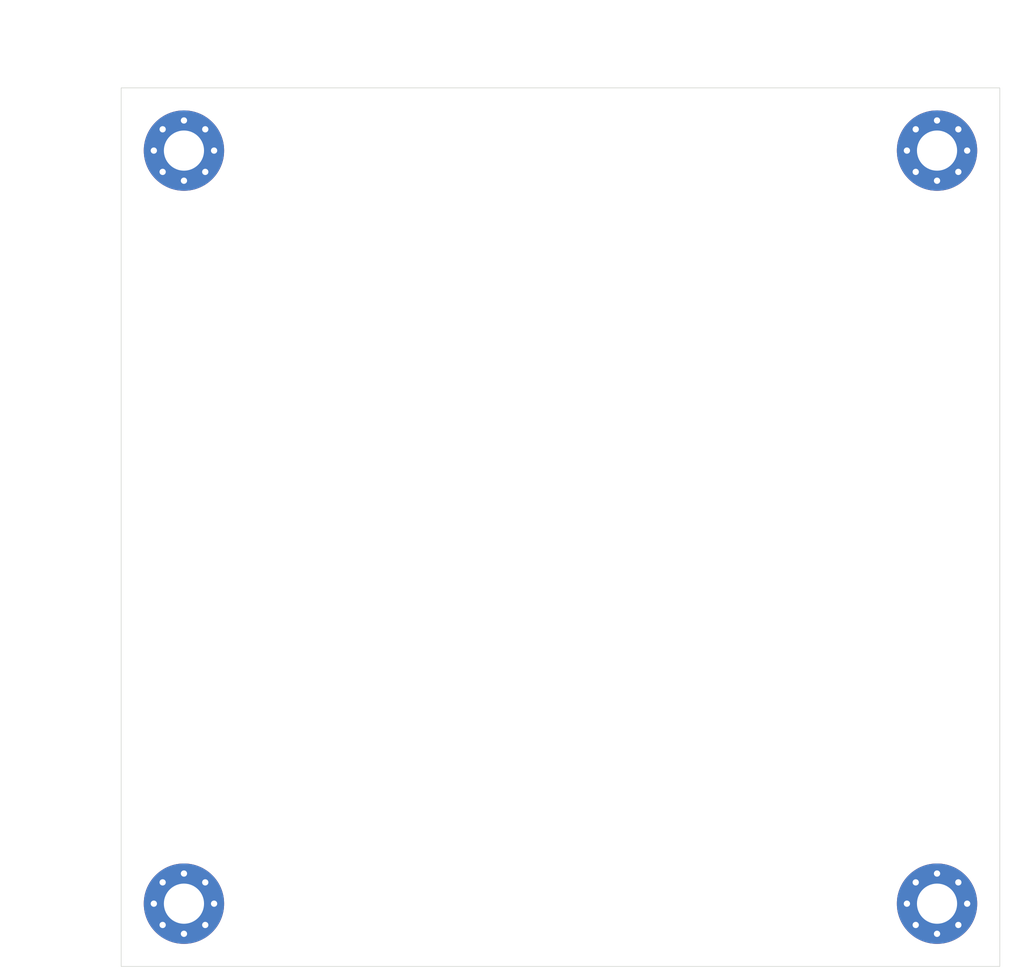
<source format=kicad_pcb>
(kicad_pcb (version 20241229) (generator "pcbnew") (generator_version "9.0")
  (layers (0 "F.Cu" signal) (4 "In1.Cu" signal) (6 "In2.Cu" signal) (2 "B.Cu" signal) (13 "F.Paste" user) (15 "B.Paste" user) (5 "F.SilkS" user "F.Silkscreen") (7 "B.SilkS" user "B.Silkscreen") (1 "F.Mask" user) (3 "B.Mask" user) (25 "Edge.Cuts" user))
  (net 0 "")
  (net 1 "GND")
  (footprint "MountingHole:MountingHole_3.2mm_M3_Pad_Via" (layer "F.Cu") (at 55 55)
    (property "Reference" "H1" (hide yes))
    (property "Value" "MountingHole_Pad")
    (pad "1" thru_hole circle (at -2.4 0) (size 0.8 0.8) (drill 0.5) (layers "*.Cu" "*.Mask") (net 1 "GND"))
    (pad "1" thru_hole circle (at -1.697056 -1.697056) (size 0.8 0.8) (drill 0.5) (layers "*.Cu" "*.Mask") (net 1 "GND"))
    (pad "1" thru_hole circle (at -1.697056 1.697056) (size 0.8 0.8) (drill 0.5) (layers "*.Cu" "*.Mask") (net 1 "GND"))
    (pad "1" thru_hole circle (at 0 -2.4) (size 0.8 0.8) (drill 0.5) (layers "*.Cu" "*.Mask") (net 1 "GND"))
    (pad "1" thru_hole circle (at 0 0) (size 6.4 6.4) (drill 3.2) (layers "*.Cu" "*.Mask") (net 1 "GND"))
    (pad "1" thru_hole circle (at 0 2.4) (size 0.8 0.8) (drill 0.5) (layers "*.Cu" "*.Mask") (net 1 "GND"))
    (pad "1" thru_hole circle (at 1.697056 -1.697056) (size 0.8 0.8) (drill 0.5) (layers "*.Cu" "*.Mask") (net 1 "GND"))
    (pad "1" thru_hole circle (at 1.697056 1.697056) (size 0.8 0.8) (drill 0.5) (layers "*.Cu" "*.Mask") (net 1 "GND"))
    (pad "1" thru_hole circle (at 2.4 0) (size 0.8 0.8) (drill 0.5) (layers "*.Cu" "*.Mask") (net 1 "GND"))
  )
  (footprint "MountingHole:MountingHole_3.2mm_M3_Pad_Via" (layer "F.Cu") (at 55 115)
    (property "Reference" "H3" (hide yes))
    (property "Value" "MountingHole_Pad")
    (pad "1" thru_hole circle (at -2.4 0) (size 0.8 0.8) (drill 0.5) (layers "*.Cu" "*.Mask") (net 1 "GND"))
    (pad "1" thru_hole circle (at -1.697056 -1.697056) (size 0.8 0.8) (drill 0.5) (layers "*.Cu" "*.Mask") (net 1 "GND"))
    (pad "1" thru_hole circle (at -1.697056 1.697056) (size 0.8 0.8) (drill 0.5) (layers "*.Cu" "*.Mask") (net 1 "GND"))
    (pad "1" thru_hole circle (at 0 -2.4) (size 0.8 0.8) (drill 0.5) (layers "*.Cu" "*.Mask") (net 1 "GND"))
    (pad "1" thru_hole circle (at 0 0) (size 6.4 6.4) (drill 3.2) (layers "*.Cu" "*.Mask") (net 1 "GND"))
    (pad "1" thru_hole circle (at 0 2.4) (size 0.8 0.8) (drill 0.5) (layers "*.Cu" "*.Mask") (net 1 "GND"))
    (pad "1" thru_hole circle (at 1.697056 -1.697056) (size 0.8 0.8) (drill 0.5) (layers "*.Cu" "*.Mask") (net 1 "GND"))
    (pad "1" thru_hole circle (at 1.697056 1.697056) (size 0.8 0.8) (drill 0.5) (layers "*.Cu" "*.Mask") (net 1 "GND"))
    (pad "1" thru_hole circle (at 2.4 0) (size 0.8 0.8) (drill 0.5) (layers "*.Cu" "*.Mask") (net 1 "GND"))
  )
  (footprint "MountingHole:MountingHole_3.2mm_M3_Pad_Via" (layer "F.Cu") (at 115 115)
    (property "Reference" "H4" (hide yes))
    (property "Value" "MountingHole_Pad")
    (pad "1" thru_hole circle (at -2.4 0) (size 0.8 0.8) (drill 0.5) (layers "*.Cu" "*.Mask") (net 1 "GND"))
    (pad "1" thru_hole circle (at -1.697056 -1.697056) (size 0.8 0.8) (drill 0.5) (layers "*.Cu" "*.Mask") (net 1 "GND"))
    (pad "1" thru_hole circle (at -1.697056 1.697056) (size 0.8 0.8) (drill 0.5) (layers "*.Cu" "*.Mask") (net 1 "GND"))
    (pad "1" thru_hole circle (at 0 -2.4) (size 0.8 0.8) (drill 0.5) (layers "*.Cu" "*.Mask") (net 1 "GND"))
    (pad "1" thru_hole circle (at 0 0) (size 6.4 6.4) (drill 3.2) (layers "*.Cu" "*.Mask") (net 1 "GND"))
    (pad "1" thru_hole circle (at 0 2.4) (size 0.8 0.8) (drill 0.5) (layers "*.Cu" "*.Mask") (net 1 "GND"))
    (pad "1" thru_hole circle (at 1.697056 -1.697056) (size 0.8 0.8) (drill 0.5) (layers "*.Cu" "*.Mask") (net 1 "GND"))
    (pad "1" thru_hole circle (at 1.697056 1.697056) (size 0.8 0.8) (drill 0.5) (layers "*.Cu" "*.Mask") (net 1 "GND"))
    (pad "1" thru_hole circle (at 2.4 0) (size 0.8 0.8) (drill 0.5) (layers "*.Cu" "*.Mask") (net 1 "GND"))
  )
  (footprint "MountingHole:MountingHole_3.2mm_M3_Pad_Via" (layer "F.Cu") (at 115 55)
    (property "Reference" "H2" (hide yes))
    (property "Value" "MountingHole_Pad")
    (pad "1" thru_hole circle (at -2.4 0) (size 0.8 0.8) (drill 0.5) (layers "*.Cu" "*.Mask") (net 1 "GND"))
    (pad "1" thru_hole circle (at -1.697056 -1.697056) (size 0.8 0.8) (drill 0.5) (layers "*.Cu" "*.Mask") (net 1 "GND"))
    (pad "1" thru_hole circle (at -1.697056 1.697056) (size 0.8 0.8) (drill 0.5) (layers "*.Cu" "*.Mask") (net 1 "GND"))
    (pad "1" thru_hole circle (at 0 -2.4) (size 0.8 0.8) (drill 0.5) (layers "*.Cu" "*.Mask") (net 1 "GND"))
    (pad "1" thru_hole circle (at 0 0) (size 6.4 6.4) (drill 3.2) (layers "*.Cu" "*.Mask") (net 1 "GND"))
    (pad "1" thru_hole circle (at 0 2.4) (size 0.8 0.8) (drill 0.5) (layers "*.Cu" "*.Mask") (net 1 "GND"))
    (pad "1" thru_hole circle (at 1.697056 -1.697056) (size 0.8 0.8) (drill 0.5) (layers "*.Cu" "*.Mask") (net 1 "GND"))
    (pad "1" thru_hole circle (at 1.697056 1.697056) (size 0.8 0.8) (drill 0.5) (layers "*.Cu" "*.Mask") (net 1 "GND"))
    (pad "1" thru_hole circle (at 2.4 0) (size 0.8 0.8) (drill 0.5) (layers "*.Cu" "*.Mask") (net 1 "GND"))
  )
  (gr_rect (start 50 50) (end 120 120) (stroke (width 0.05)) (fill no) (layer "Edge.Cuts"))
)
</source>
